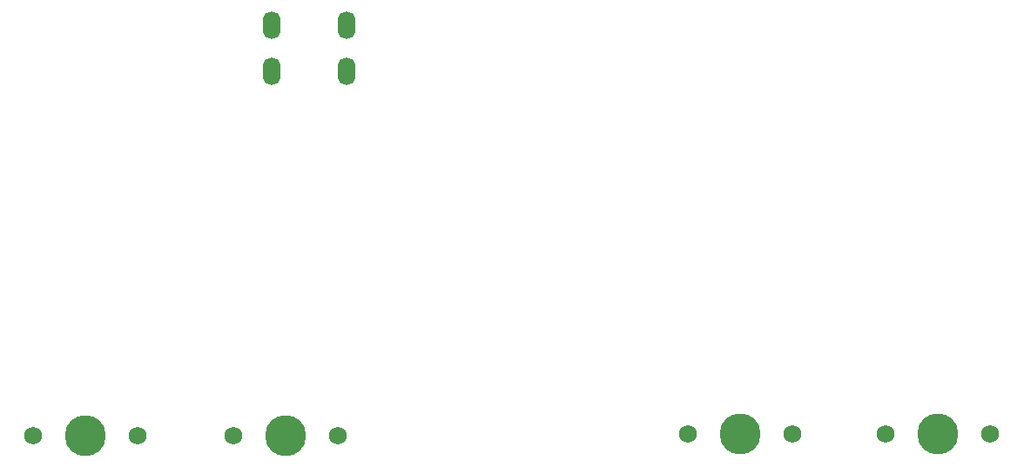
<source format=gbr>
%TF.GenerationSoftware,KiCad,Pcbnew,7.0.8*%
%TF.CreationDate,2023-11-14T13:05:45-05:00*%
%TF.ProjectId,KiCad Files,4b694361-6420-4466-996c-65732e6b6963,rev?*%
%TF.SameCoordinates,Original*%
%TF.FileFunction,Soldermask,Top*%
%TF.FilePolarity,Negative*%
%FSLAX46Y46*%
G04 Gerber Fmt 4.6, Leading zero omitted, Abs format (unit mm)*
G04 Created by KiCad (PCBNEW 7.0.8) date 2023-11-14 13:05:45*
%MOMM*%
%LPD*%
G01*
G04 APERTURE LIST*
%ADD10C,1.750000*%
%ADD11C,3.987800*%
%ADD12O,1.700000X2.700000*%
G04 APERTURE END LIST*
D10*
%TO.C,MX4*%
X178600000Y-113010000D03*
D11*
X183680000Y-113010000D03*
D10*
X188760000Y-113010000D03*
%TD*%
%TO.C,MX2*%
X115170000Y-113142500D03*
D11*
X120250000Y-113142500D03*
D10*
X125330000Y-113142500D03*
%TD*%
%TO.C,MX3*%
X159330000Y-113010000D03*
D11*
X164410000Y-113010000D03*
D10*
X169490000Y-113010000D03*
%TD*%
%TO.C,MX1*%
X95700000Y-113150000D03*
D11*
X100780000Y-113150000D03*
D10*
X105860000Y-113150000D03*
%TD*%
D12*
%TO.C,USB1*%
X126170000Y-73190000D03*
X118870000Y-73190000D03*
X126170000Y-77690000D03*
X118870000Y-77690000D03*
%TD*%
M02*

</source>
